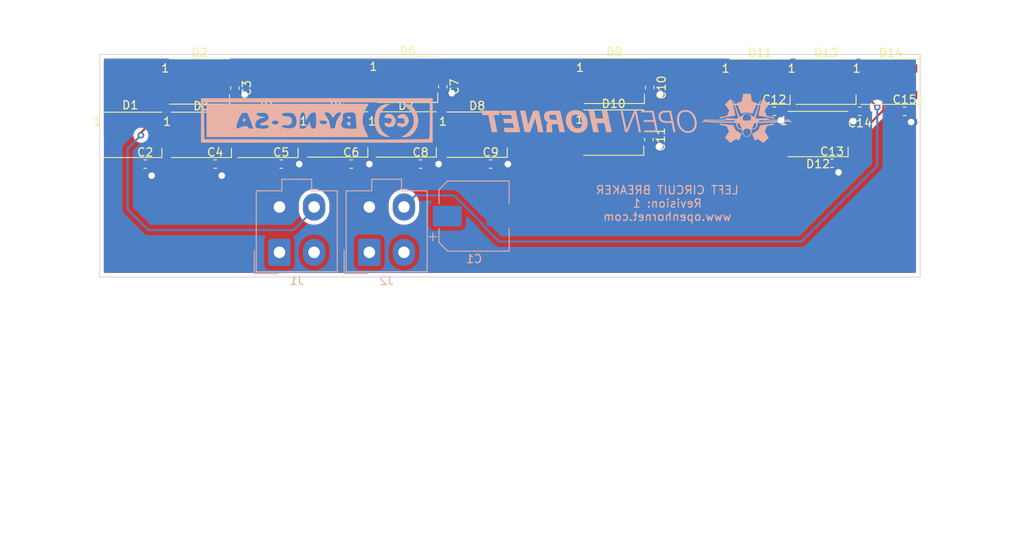
<source format=kicad_pcb>
(kicad_pcb (version 20211014) (generator pcbnew)
  (title_block (title "LEFT CIRCUIT BREAKER") (date "2023-02-10") (rev "1"))
  (layers (0 "F.Cu" signal) (31 "B.Cu" signal) (34 "B.Paste" user) (35 "F.Paste" user) (36 "B.SilkS" user "B.Silkscreen") (37 "F.SilkS" user "F.Silkscreen") (38 "B.Mask" user) (39 "F.Mask" user) (44 "Edge.Cuts" user))
  (net 0 "")
  (net 1 "/LEDGND")
  (net 2 "/LED+5V")
  (net 3 "Net-(D1-Pad2)")
  (net 4 "Net-(D2-Pad2)")
  (net 5 "Net-(D3-Pad2)")
  (net 6 "Net-(D4-Pad2)")
  (net 7 "Net-(D4-Pad4)")
  (net 8 "Net-(D6-Pad2)")
  (net 9 "Net-(D7-Pad2)")
  (net 10 "Net-(D8-Pad2)")
  (net 11 "Net-(D10-Pad4)")
  (net 12 "Net-(D10-Pad2)")
  (net 13 "Net-(D11-Pad2)")
  (net 14 "Net-(D12-Pad2)")
  (net 15 "Net-(D13-Pad2)")
  (net 16 "/DATAIN")
  (net 17 "/DATAOUT")
  (footprint "LED_SMD:LED_WS2812B_PLCC4_5.0x5.0mm_P3.2mm" (layer "F.Cu") (at 103.886 70.2564)
    (fp_text reference "D1" (at -0.1894 -3.6066) (layer "F.SilkS"))
    (fp_text value "WS2812B")
    (fp_text user "1" (at -4.15 -1.6) (layer "F.SilkS"))
    (pad "1" smd rect locked (at -2.45 -1.6) (size 1.5 1) (layers "F.Cu" "F.Paste" "F.Mask") (net 2 "/LED+5V"))
    (pad "2" smd rect locked (at -2.45 1.6) (size 1.5 1) (layers "F.Cu" "F.Paste" "F.Mask") (net 3 "Net-(D1-Pad2)"))
    (pad "3" smd rect locked (at 2.45 1.6) (size 1.5 1) (layers "F.Cu" "F.Paste" "F.Mask") (net 1 "/LEDGND"))
    (pad "4" smd rect locked (at 2.45 -1.6) (size 1.5 1) (layers "F.Cu" "F.Paste" "F.Mask") (net 16 "/DATAIN"))
  )
  (footprint "LED_SMD:LED_WS2812B_PLCC4_5.0x5.0mm_P3.2mm" (layer "F.Cu") (at 112.104 63.7792)
    (fp_text reference "D2" (at 0 -3.5) (layer "F.SilkS"))
    (fp_text value "WS2812B")
    (fp_text user "1" (at -4.15 -1.6) (layer "F.SilkS"))
    (pad "1" smd rect locked (at -2.45 -1.6) (size 1.5 1) (layers "F.Cu" "F.Paste" "F.Mask") (net 2 "/LED+5V"))
    (pad "2" smd rect locked (at -2.45 1.6) (size 1.5 1) (layers "F.Cu" "F.Paste" "F.Mask") (net 4 "Net-(D2-Pad2)"))
    (pad "3" smd rect locked (at 2.45 1.6) (size 1.5 1) (layers "F.Cu" "F.Paste" "F.Mask") (net 1 "/LEDGND"))
    (pad "4" smd rect locked (at 2.45 -1.6) (size 1.5 1) (layers "F.Cu" "F.Paste" "F.Mask") (net 3 "Net-(D1-Pad2)"))
  )
  (footprint "LED_SMD:LED_WS2812B_PLCC4_5.0x5.0mm_P3.2mm" (layer "F.Cu") (at 112.333 70.2562)
    (fp_text reference "D3" (at 0 -3.5) (layer "F.SilkS"))
    (fp_text value "WS2812B")
    (fp_text user "1" (at -4.15 -1.6) (layer "F.SilkS"))
    (pad "1" smd rect locked (at -2.45 -1.6) (size 1.5 1) (layers "F.Cu" "F.Paste" "F.Mask") (net 2 "/LED+5V"))
    (pad "2" smd rect locked (at -2.45 1.6) (size 1.5 1) (layers "F.Cu" "F.Paste" "F.Mask") (net 5 "Net-(D3-Pad2)"))
    (pad "3" smd rect locked (at 2.45 1.6) (size 1.5 1) (layers "F.Cu" "F.Paste" "F.Mask") (net 1 "/LEDGND"))
    (pad "4" smd rect locked (at 2.45 -1.6) (size 1.5 1) (layers "F.Cu" "F.Paste" "F.Mask") (net 4 "Net-(D2-Pad2)"))
  )
  (footprint "LED_SMD:LED_WS2812B_PLCC4_5.0x5.0mm_P3.2mm" (layer "F.Cu") (at 120.408 70.2562)
    (fp_text reference "D4" (at 0 -3.5) (layer "F.SilkS"))
    (fp_text value "WS2812B")
    (fp_text user "1" (at -4.15 -1.6) (layer "F.SilkS"))
    (pad "1" smd rect locked (at -2.45 -1.6) (size 1.5 1) (layers "F.Cu" "F.Paste" "F.Mask") (net 2 "/LED+5V"))
    (pad "2" smd rect locked (at -2.45 1.6) (size 1.5 1) (layers "F.Cu" "F.Paste" "F.Mask") (net 6 "Net-(D4-Pad2)"))
    (pad "3" smd rect locked (at 2.45 1.6) (size 1.5 1) (layers "F.Cu" "F.Paste" "F.Mask") (net 1 "/LEDGND"))
    (pad "4" smd rect locked (at 2.45 -1.6) (size 1.5 1) (layers "F.Cu" "F.Paste" "F.Mask") (net 7 "Net-(D4-Pad4)"))
  )
  (footprint "LED_SMD:LED_WS2812B_PLCC4_5.0x5.0mm_P3.2mm" (layer "F.Cu") (at 128.868 70.2054)
    (fp_text reference "D5" (at 0 -3.5) (layer "F.SilkS"))
    (fp_text value "WS2812B")
    (fp_text user "1" (at -4.15 -1.6) (layer "F.SilkS"))
    (pad "1" smd rect locked (at -2.45 -1.6) (size 1.5 1) (layers "F.Cu" "F.Paste" "F.Mask") (net 2 "/LED+5V"))
    (pad "2" smd rect locked (at -2.45 1.6) (size 1.5 1) (layers "F.Cu" "F.Paste" "F.Mask") (net 7 "Net-(D4-Pad4)"))
    (pad "3" smd rect locked (at 2.45 1.6) (size 1.5 1) (layers "F.Cu" "F.Paste" "F.Mask") (net 1 "/LEDGND"))
    (pad "4" smd rect locked (at 2.45 -1.6) (size 1.5 1) (layers "F.Cu" "F.Paste" "F.Mask") (net 5 "Net-(D3-Pad2)"))
  )
  (footprint "LED_SMD:LED_WS2812B_PLCC4_5.0x5.0mm_P3.2mm" (layer "F.Cu") (at 137.349 63.576)
    (fp_text reference "D6" (at 0 -3.5) (layer "F.SilkS"))
    (fp_text value "WS2812B")
    (fp_text user "1" (at -4.15 -1.6) (layer "F.SilkS"))
    (pad "1" smd rect locked (at -2.45 -1.6) (size 1.5 1) (layers "F.Cu" "F.Paste" "F.Mask") (net 2 "/LED+5V"))
    (pad "2" smd rect locked (at -2.45 1.6) (size 1.5 1) (layers "F.Cu" "F.Paste" "F.Mask") (net 8 "Net-(D6-Pad2)"))
    (pad "3" smd rect locked (at 2.45 1.6) (size 1.5 1) (layers "F.Cu" "F.Paste" "F.Mask") (net 1 "/LEDGND"))
    (pad "4" smd rect locked (at 2.45 -1.6) (size 1.5 1) (layers "F.Cu" "F.Paste" "F.Mask") (net 6 "Net-(D4-Pad2)"))
  )
  (footprint "LED_SMD:LED_WS2812B_PLCC4_5.0x5.0mm_P3.2mm" (layer "F.Cu") (at 137.174 70.2054)
    (fp_text reference "D7" (at 0 -3.5) (layer "F.SilkS"))
    (fp_text value "WS2812B")
    (fp_text user "1" (at -4.15 -1.6) (layer "F.SilkS"))
    (pad "1" smd rect locked (at -2.45 -1.6) (size 1.5 1) (layers "F.Cu" "F.Paste" "F.Mask") (net 2 "/LED+5V"))
    (pad "2" smd rect locked (at -2.45 1.6) (size 1.5 1) (layers "F.Cu" "F.Paste" "F.Mask") (net 9 "Net-(D7-Pad2)"))
    (pad "3" smd rect locked (at 2.45 1.6) (size 1.5 1) (layers "F.Cu" "F.Paste" "F.Mask") (net 1 "/LEDGND"))
    (pad "4" smd rect locked (at 2.45 -1.6) (size 1.5 1) (layers "F.Cu" "F.Paste" "F.Mask") (net 8 "Net-(D6-Pad2)"))
  )
  (footprint "LED_SMD:LED_WS2812B_PLCC4_5.0x5.0mm_P3.2mm" (layer "F.Cu") (at 145.771 70.231)
    (fp_text reference "D8" (at 0 -3.5) (layer "F.SilkS"))
    (fp_text value "WS2812B")
    (fp_text user "1" (at -4.15 -1.6) (layer "F.SilkS"))
    (pad "1" smd rect locked (at -2.45 -1.6) (size 1.5 1) (layers "F.Cu" "F.Paste" "F.Mask") (net 2 "/LED+5V"))
    (pad "2" smd rect locked (at -2.45 1.6) (size 1.5 1) (layers "F.Cu" "F.Paste" "F.Mask") (net 10 "Net-(D8-Pad2)"))
    (pad "3" smd rect locked (at 2.45 1.6) (size 1.5 1) (layers "F.Cu" "F.Paste" "F.Mask") (net 1 "/LEDGND"))
    (pad "4" smd rect locked (at 2.45 -1.6) (size 1.5 1) (layers "F.Cu" "F.Paste" "F.Mask") (net 9 "Net-(D7-Pad2)"))
  )
  (footprint "LED_SMD:LED_WS2812B_PLCC4_5.0x5.0mm_P3.2mm" (layer "F.Cu") (at 162.408 63.7032)
    (fp_text reference "D9" (at 0 -3.5) (layer "F.SilkS"))
    (fp_text value "WS2812B")
    (fp_text user "1" (at -4.15 -1.6) (layer "F.SilkS"))
    (pad "1" smd rect locked (at -2.45 -1.6) (size 1.5 1) (layers "F.Cu" "F.Paste" "F.Mask") (net 2 "/LED+5V"))
    (pad "2" smd rect locked (at -2.45 1.6) (size 1.5 1) (layers "F.Cu" "F.Paste" "F.Mask") (net 11 "Net-(D10-Pad4)"))
    (pad "3" smd rect locked (at 2.45 1.6) (size 1.5 1) (layers "F.Cu" "F.Paste" "F.Mask") (net 1 "/LEDGND"))
    (pad "4" smd rect locked (at 2.45 -1.6) (size 1.5 1) (layers "F.Cu" "F.Paste" "F.Mask") (net 10 "Net-(D8-Pad2)"))
  )
  (footprint "LED_SMD:LED_WS2812B_PLCC4_5.0x5.0mm_P3.2mm" (layer "F.Cu") (at 162.331 69.977)
    (fp_text reference "D10" (at 0 -3.5) (layer "F.SilkS"))
    (fp_text value "WS2812B")
    (fp_text user "1" (at -4.15 -1.6) (layer "F.SilkS"))
    (pad "1" smd rect locked (at -2.45 -1.6) (size 1.5 1) (layers "F.Cu" "F.Paste" "F.Mask") (net 2 "/LED+5V"))
    (pad "2" smd rect locked (at -2.45 1.6) (size 1.5 1) (layers "F.Cu" "F.Paste" "F.Mask") (net 12 "Net-(D10-Pad2)"))
    (pad "3" smd rect locked (at 2.45 1.6) (size 1.5 1) (layers "F.Cu" "F.Paste" "F.Mask") (net 1 "/LEDGND"))
    (pad "4" smd rect locked (at 2.45 -1.6) (size 1.5 1) (layers "F.Cu" "F.Paste" "F.Mask") (net 11 "Net-(D10-Pad4)"))
  )
  (footprint "LED_SMD:LED_WS2812B_PLCC4_5.0x5.0mm_P3.2mm" (layer "F.Cu") (at 180.074 63.8046)
    (fp_text reference "D11" (at 0 -3.5) (layer "F.SilkS"))
    (fp_text value "WS2812B")
    (fp_text user "1" (at -4.15 -1.6) (layer "F.SilkS"))
    (pad "1" smd rect locked (at -2.45 -1.6) (size 1.5 1) (layers "F.Cu" "F.Paste" "F.Mask") (net 2 "/LED+5V"))
    (pad "2" smd rect locked (at -2.45 1.6) (size 1.5 1) (layers "F.Cu" "F.Paste" "F.Mask") (net 13 "Net-(D11-Pad2)"))
    (pad "3" smd rect locked (at 2.45 1.6) (size 1.5 1) (layers "F.Cu" "F.Paste" "F.Mask") (net 1 "/LEDGND"))
    (pad "4" smd rect locked (at 2.45 -1.6) (size 1.5 1) (layers "F.Cu" "F.Paste" "F.Mask") (net 12 "Net-(D10-Pad2)"))
  )
  (footprint "LED_SMD:LED_WS2812B_PLCC4_5.0x5.0mm_P3.2mm" (layer "F.Cu") (at 187.11 70.1546)
    (fp_text reference "D12" (at 0 3.6324) (layer "F.SilkS"))
    (fp_text value "WS2812B")
    (fp_text user "1" (at -4.15 -1.6) (layer "F.SilkS"))
    (pad "1" smd rect locked (at -2.45 -1.6) (size 1.5 1) (layers "F.Cu" "F.Paste" "F.Mask") (net 2 "/LED+5V"))
    (pad "2" smd rect locked (at -2.45 1.6) (size 1.5 1) (layers "F.Cu" "F.Paste" "F.Mask") (net 14 "Net-(D12-Pad2)"))
    (pad "3" smd rect locked (at 2.45 1.6) (size 1.5 1) (layers "F.Cu" "F.Paste" "F.Mask") (net 1 "/LEDGND"))
    (pad "4" smd rect locked (at 2.45 -1.6) (size 1.5 1) (layers "F.Cu" "F.Paste" "F.Mask") (net 13 "Net-(D11-Pad2)"))
  )
  (footprint "LED_SMD:LED_WS2812B_PLCC4_5.0x5.0mm_P3.2mm" (layer "F.Cu") (at 188.075 63.8046)
    (fp_text reference "D13" (at 0 -3.5) (layer "F.SilkS"))
    (fp_text value "WS2812B")
    (fp_text user "1" (at -4.15 -1.6) (layer "F.SilkS"))
    (pad "1" smd rect locked (at -2.45 -1.6) (size 1.5 1) (layers "F.Cu" "F.Paste" "F.Mask") (net 2 "/LED+5V"))
    (pad "2" smd rect locked (at -2.45 1.6) (size 1.5 1) (layers "F.Cu" "F.Paste" "F.Mask") (net 15 "Net-(D13-Pad2)"))
    (pad "3" smd rect locked (at 2.45 1.6) (size 1.5 1) (layers "F.Cu" "F.Paste" "F.Mask") (net 1 "/LEDGND"))
    (pad "4" smd rect locked (at 2.45 -1.6) (size 1.5 1) (layers "F.Cu" "F.Paste" "F.Mask") (net 14 "Net-(D12-Pad2)"))
  )
  (footprint "LED_SMD:LED_WS2812B_PLCC4_5.0x5.0mm_P3.2mm" (layer "F.Cu") (at 195.949 63.8046)
    (fp_text reference "D14" (at 0 -3.5) (layer "F.SilkS"))
    (fp_text value "WS2812B")
    (fp_text user "1" (at -4.15 -1.6) (layer "F.SilkS"))
    (pad "1" smd rect locked (at -2.45 -1.6) (size 1.5 1) (layers "F.Cu" "F.Paste" "F.Mask") (net 2 "/LED+5V"))
    (pad "2" smd rect locked (at -2.45 1.6) (size 1.5 1) (layers "F.Cu" "F.Paste" "F.Mask") (net 17 "/DATAOUT"))
    (pad "3" smd rect locked (at 2.45 1.6) (size 1.5 1) (layers "F.Cu" "F.Paste" "F.Mask") (net 1 "/LEDGND"))
    (pad "4" smd rect locked (at 2.45 -1.6) (size 1.5 1) (layers "F.Cu" "F.Paste" "F.Mask") (net 15 "Net-(D13-Pad2)"))
  )
  (footprint "Capacitor_SMD:C_0603_1608Metric" (layer "F.Cu") (at 105.512 73.8)
    (fp_text reference "C2" (at 0 -1.43) (layer "F.SilkS"))
    (fp_text value "C")
    (pad "1" smd roundrect locked (at -0.7875 0) (size 0.875 0.95) (layers "F.Cu" "F.Paste" "F.Mask") (net 2 "/LED+5V"))
    (pad "2" smd roundrect locked (at 0.7875 0) (size 0.875 0.95) (layers "F.Cu" "F.Paste" "F.Mask") (net 1 "/LEDGND"))
  )
  (footprint "Capacitor_SMD:C_0603_1608Metric" (layer "F.Cu") (at 116.4 64.5875 -90)
    (fp_text reference "C3" (at 0 -1.43 90) (layer "F.SilkS"))
    (fp_text value "C")
    (pad "1" smd roundrect locked (at -0.7875 0 270) (size 0.875 0.95) (layers "F.Cu" "F.Paste" "F.Mask") (net 2 "/LED+5V"))
    (pad "2" smd roundrect locked (at 0.7875 0 270) (size 0.875 0.95) (layers "F.Cu" "F.Paste" "F.Mask") (net 1 "/LEDGND"))
  )
  (footprint "Capacitor_SMD:C_0603_1608Metric" (layer "F.Cu") (at 114.012 73.8)
    (fp_text reference "C4" (at 0 -1.43) (layer "F.SilkS"))
    (fp_text value "C")
    (pad "1" smd roundrect locked (at -0.7875 0) (size 0.875 0.95) (layers "F.Cu" "F.Paste" "F.Mask") (net 2 "/LED+5V"))
    (pad "2" smd roundrect locked (at 0.7875 0) (size 0.875 0.95) (layers "F.Cu" "F.Paste" "F.Mask") (net 1 "/LEDGND"))
  )
  (footprint "Capacitor_SMD:C_0603_1608Metric" (layer "F.Cu") (at 122.012 73.8)
    (fp_text reference "C5" (at 0 -1.43) (layer "F.SilkS"))
    (fp_text value "C")
    (pad "1" smd roundrect locked (at -0.7875 0) (size 0.875 0.95) (layers "F.Cu" "F.Paste" "F.Mask") (net 2 "/LED+5V"))
    (pad "2" smd roundrect locked (at 0.7875 0) (size 0.875 0.95) (layers "F.Cu" "F.Paste" "F.Mask") (net 1 "/LEDGND"))
  )
  (footprint "Capacitor_SMD:C_0603_1608Metric" (layer "F.Cu") (at 130.512 73.8)
    (fp_text reference "C6" (at 0 -1.43) (layer "F.SilkS"))
    (fp_text value "C")
    (pad "1" smd roundrect locked (at -0.7875 0) (size 0.875 0.95) (layers "F.Cu" "F.Paste" "F.Mask") (net 2 "/LED+5V"))
    (pad "2" smd roundrect locked (at 0.7875 0) (size 0.875 0.95) (layers "F.Cu" "F.Paste" "F.Mask") (net 1 "/LEDGND"))
  )
  (footprint "Capacitor_SMD:C_0603_1608Metric" (layer "F.Cu") (at 141.6 64.4125 -90)
    (fp_text reference "C7" (at 0 -1.43 90) (layer "F.SilkS"))
    (fp_text value "C")
    (pad "1" smd roundrect locked (at -0.7875 0 270) (size 0.875 0.95) (layers "F.Cu" "F.Paste" "F.Mask") (net 2 "/LED+5V"))
    (pad "2" smd roundrect locked (at 0.7875 0 270) (size 0.875 0.95) (layers "F.Cu" "F.Paste" "F.Mask") (net 1 "/LEDGND"))
  )
  (footprint "Capacitor_SMD:C_0603_1608Metric" (layer "F.Cu") (at 138.912 73.8)
    (fp_text reference "C8" (at 0 -1.43) (layer "F.SilkS"))
    (fp_text value "C")
    (pad "1" smd roundrect locked (at -0.7875 0) (size 0.875 0.95) (layers "F.Cu" "F.Paste" "F.Mask") (net 2 "/LED+5V"))
    (pad "2" smd roundrect locked (at 0.7875 0) (size 0.875 0.95) (layers "F.Cu" "F.Paste" "F.Mask") (net 1 "/LEDGND"))
  )
  (footprint "Capacitor_SMD:C_0603_1608Metric" (layer "F.Cu") (at 147.412 73.8)
    (fp_text reference "C9" (at 0 -1.43) (layer "F.SilkS"))
    (fp_text value "C")
    (pad "1" smd roundrect locked (at -0.7875 0) (size 0.875 0.95) (layers "F.Cu" "F.Paste" "F.Mask") (net 2 "/LED+5V"))
    (pad "2" smd roundrect locked (at 0.7875 0) (size 0.875 0.95) (layers "F.Cu" "F.Paste" "F.Mask") (net 1 "/LEDGND"))
  )
  (footprint "Capacitor_SMD:C_0603_1608Metric" (layer "F.Cu") (at 166.6 70.8125 -90)
    (fp_text reference "C11" (at 0 -1.43 90) (layer "F.SilkS"))
    (fp_text value "C")
    (pad "1" smd roundrect locked (at -0.7875 0 270) (size 0.875 0.95) (layers "F.Cu" "F.Paste" "F.Mask") (net 2 "/LED+5V"))
    (pad "2" smd roundrect locked (at 0.7875 0 270) (size 0.875 0.95) (layers "F.Cu" "F.Paste" "F.Mask") (net 1 "/LEDGND"))
  )
  (footprint "Capacitor_SMD:C_0603_1608Metric" (layer "F.Cu") (at 181.812 67.4)
    (fp_text reference "C12" (at 0 -1.43) (layer "F.SilkS"))
    (fp_text value "C")
    (pad "1" smd roundrect locked (at -0.7875 0) (size 0.875 0.95) (layers "F.Cu" "F.Paste" "F.Mask") (net 2 "/LED+5V"))
    (pad "2" smd roundrect locked (at 0.7875 0) (size 0.875 0.95) (layers "F.Cu" "F.Paste" "F.Mask") (net 1 "/LEDGND"))
  )
  (footprint "Capacitor_SMD:C_0603_1608Metric" (layer "F.Cu") (at 188.812 73.7)
    (fp_text reference "C13" (at 0 -1.43) (layer "F.SilkS"))
    (fp_text value "C")
    (pad "1" smd roundrect locked (at -0.7875 0) (size 0.875 0.95) (layers "F.Cu" "F.Paste" "F.Mask") (net 2 "/LED+5V"))
    (pad "2" smd roundrect locked (at 0.7875 0) (size 0.875 0.95) (layers "F.Cu" "F.Paste" "F.Mask") (net 1 "/LEDGND"))
  )
  (footprint "Capacitor_SMD:C_0603_1608Metric" (layer "F.Cu") (at 192.188 67.4 180)
    (fp_text reference "C14" (at 0 -1.43) (layer "F.SilkS"))
    (fp_text value "C")
    (pad "1" smd roundrect locked (at -0.7875 0 180) (size 0.875 0.95) (layers "F.Cu" "F.Paste" "F.Mask") (net 2 "/LED+5V"))
    (pad "2" smd roundrect locked (at 0.7875 0 180) (size 0.875 0.95) (layers "F.Cu" "F.Paste" "F.Mask") (net 1 "/LEDGND"))
  )
  (footprint "Capacitor_SMD:C_0603_1608Metric" (layer "F.Cu") (at 166.7 64.5125 -90)
    (fp_text reference "C10" (at 0 -1.43 90) (layer "F.SilkS"))
    (fp_text value "C")
    (pad "1" smd roundrect locked (at -0.7875 0 270) (size 0.875 0.95) (layers "F.Cu" "F.Paste" "F.Mask") (net 2 "/LED+5V"))
    (pad "2" smd roundrect locked (at 0.7875 0 270) (size 0.875 0.95) (layers "F.Cu" "F.Paste" "F.Mask") (net 1 "/LEDGND"))
  )
  (footprint "Capacitor_SMD:C_0603_1608Metric" (layer "F.Cu") (at 197.612 67.4)
    (fp_text reference "C15" (at 0 -1.43) (layer "F.SilkS"))
    (fp_text value "C")
    (pad "1" smd roundrect locked (at -0.7875 0) (size 0.875 0.95) (layers "F.Cu" "F.Paste" "F.Mask") (net 2 "/LED+5V"))
    (pad "2" smd roundrect locked (at 0.7875 0) (size 0.875 0.95) (layers "F.Cu" "F.Paste" "F.Mask") (net 1 "/LEDGND"))
  )
  (footprint "Capacitor_SMD:CP_Elec_8x10" (layer "B.Cu") (at 145.4 80.1)
    (fp_text reference "C1" (at 0 5.2) (layer "B.SilkS") (effects (justify mirror)))
    (fp_text value "C_Polarized")
    (pad "1" smd roundrect locked (at -3.25 0) (size 3.5 2.5) (layers "B.Cu" "B.Paste" "B.Mask") (roundrect_rratio 0.1) (net 2 "/LED+5V"))
    (pad "2" smd roundrect locked (at 3.25 0) (size 3.5 2.5) (layers "B.Cu" "B.Paste" "B.Mask") (roundrect_rratio 0.1) (net 1 "/LEDGND"))
  )
  (footprint "Connector_Molex:Molex_Mini-Fit_Jr_5566-04A_2x02_P4.20mm_Vertical" (layer "B.Cu") (at 121.8 84.5)
    (fp_text reference "J1" (at 2.1 3.45) (layer "B.SilkS") (effects (justify mirror)))
    (fp_text value "Conn_01x04_Female")
    (pad "1" thru_hole roundrect locked (at 0 0) (size 2.7 3.3) (drill 1.4) (layers *.Cu *.Mask) (roundrect_rratio 0.09259296296) (net 2 "/LED+5V"))
    (pad "2" thru_hole oval locked (at 4.2 0) (size 2.7 3.3) (drill 1.4) (layers *.Cu *.Mask) (net 2 "/LED+5V"))
    (pad "3" thru_hole oval locked (at 0 -5.5) (size 2.7 3.3) (drill 1.4) (layers *.Cu *.Mask) (net 1 "/LEDGND"))
    (pad "4" thru_hole oval locked (at 4.2 -5.5) (size 2.7 3.3) (drill 1.4) (layers *.Cu *.Mask) (net 16 "/DATAIN"))
  )
  (footprint "Connector_Molex:Molex_Mini-Fit_Jr_5566-04A_2x02_P4.20mm_Vertical" (layer "B.Cu") (at 132.7 84.5)
    (fp_text reference "J2" (at 2.1 3.45) (layer "B.SilkS") (effects (justify mirror)))
    (fp_text value "Conn_01x04_Female")
    (pad "1" thru_hole roundrect locked (at 0 0) (size 2.7 3.3) (drill 1.4) (layers *.Cu *.Mask) (roundrect_rratio 0.09259296296) (net 2 "/LED+5V"))
    (pad "2" thru_hole oval locked (at 4.2 0) (size 2.7 3.3) (drill 1.4) (layers *.Cu *.Mask) (net 2 "/LED+5V"))
    (pad "3" thru_hole oval locked (at 0 -5.5) (size 2.7 3.3) (drill 1.4) (layers *.Cu *.Mask) (net 1 "/LEDGND"))
    (pad "4" thru_hole oval locked (at 4.2 -5.5) (size 2.7 3.3) (drill 1.4) (layers *.Cu *.Mask) (net 17 "/DATAOUT"))
  )
  (footprint "OH_Footprints:OH_LOGO_37.7mm_5.9mm" (layer "B.Cu") (at 165.1508 68.2498 180)
    (fp_text reference "" hide)
    (fp_text value "LOGO" hide)
  )
  (footprint "OH_Footprints:CC-BY-NC-SA-Small" (layer "B.Cu") (at 126.4158 68.5038 180)
    (fp_text reference "" hide)
    (fp_text value "LOGO" hide)
  )
  (gr_line (start 100 60.5) (end 199.5 60.5) (layer "Edge.Cuts") (width 0.1))
  (gr_line (start 199.5 60.5) (end 199.5 87.5) (layer "Edge.Cuts") (width 0.1))
  (gr_line (start 199.5 87.5) (end 100 87.5) (layer "Edge.Cuts") (width 0.1))
  (gr_line (start 100 87.5) (end 100 60.5) (layer "Edge.Cuts") (width 0.1))
  (gr_text "LEFT CIRCUIT BREAKER\nRevision: 1\nwww.openhornet.com" (at 168.8338 78.5622) (layer "B.SilkS") (effects (font (size 1 1)) (justify mirror)))
  (segment (start 148.221 71.831) (end 148.221 73.779) (width 1) (layer "F.Cu") (net 1))
  (segment (start 166.6 71.6) (end 167.9 71.6) (width 1) (layer "F.Cu") (net 1))
  (segment (start 122.8 73.8) (end 124.2 73.8) (width 1) (layer "F.Cu") (net 1))
  (segment (start 116.396 65.3792) (end 116.4 65.375) (width 1) (layer "F.Cu") (net 1))
  (segment (start 164.781 71.577) (end 166.577 71.577) (width 1) (layer "F.Cu") (net 1))
  (segment (start 139.624 71.8054) (end 139.624 73.724) (width 1) (layer "F.Cu") (net 1))
  (segment (start 189.56 71.7546) (end 189.56 73.66) (width 1) (layer "F.Cu") (net 1))
  (segment (start 198.3995 67.3995) (end 198.4 67.4) (width 1) (layer "F.Cu") (net 1))
  (segment (start 148.21 73.7895) (end 148.1995 73.8) (width 0.75) (layer "F.Cu") (net 1))
  (segment (start 114.554 65.3792) (end 116.396 65.3792) (width 1) (layer "F.Cu") (net 1))
  (segment (start 114.7995 73.7995) (end 114.7995 73.8) (width 0.75) (layer "F.Cu") (net 1))
  (segment (start 131.318 73.782) (end 131.309 73.791) (width 1) (layer "F.Cu") (net 1))
  (segment (start 148.221 73.779) (end 148.2105 73.7895) (width 1) (layer "F.Cu") (net 1))
  (segment (start 141.576 65.176) (end 141.6 65.2) (width 1) (layer "F.Cu") (net 1))
  (segment (start 139.6995 73.7995) (end 139.6995 73.8) (width 0.75) (layer "F.Cu") (net 1))
  (segment (start 191.4 68.6) (end 191.4 68.5) (width 0.75) (layer "F.Cu") (net 1))
  (segment (start 189.56 73.66) (end 189.5995 73.6995) (width 1) (layer "F.Cu") (net 1))
  (segment (start 191.4005 67.4) (end 191.4 67.4) (width 0.75) (layer "F.Cu") (net 1))
  (segment (start 131.318 71.8054) (end 131.318 73.782) (width 1) (layer "F.Cu") (net 1))
  (segment (start 122.858 71.8562) (end 122.858 73.742) (width 1) (layer "F.Cu") (net 1))
  (segment (start 189.5995 73.6995) (end 189.5995 73.7) (width 0.75) (layer "F.Cu") (net 1))
  (segment (start 189.6 73.7) (end 189.6 74.8) (width 1) (layer "F.Cu") (net 1))
  (segment (start 198.3995 67.3995) (end 198.3995 67.4) (width 0.75) (layer "F.Cu") (net 1))
  (segment (start 139.624 73.724) (end 139.6995 73.7995) (width 1) (layer "F.Cu") (net 1))
  (segment (start 106.3175 73.782) (end 106.2995 73.8) (width 0.75) (layer "F.Cu") (net 1))
  (segment (start 106.336 73.764) (end 106.318 73.782) (width 1) (layer "F.Cu") (net 1))
  (segment (start 148.2105 73.7895) (end 148.2 73.8) (width 1) (layer "F.Cu") (net 1))
  (segment (start 190.525 66.525) (end 191.4 67.4) (width 1) (layer "F.Cu") (net 1))
  (segment (start 164.861 65.3) (end 164.858 65.3032) (width 1) (layer "F.Cu") (net 1))
  (segment (start 191.4 67.4) (end 191.4 68.5) (width 1) (layer "F.Cu") (net 1))
  (segment (start 198.399 67.399) (end 198.3995 67.3995) (width 1) (layer "F.Cu") (net 1))
  (segment (start 122.8285 73.771) (end 122.7995 73.8) (width 0.75) (layer "F.Cu") (net 1))
  (segment (start 166.7 65.3) (end 164.861 65.3) (width 1) (layer "F.Cu") (net 1))
  (segment (start 198.399 65.4046) (end 198.399 67.399) (width 1) (layer "F.Cu") (net 1))
  (segment (start 131.3085 73.791) (end 131.2995 73.8) (width 0.75) (layer "F.Cu") (net 1))
  (segment (start 106.336 71.8564) (end 106.336 73.764) (width 1) (layer "F.Cu") (net 1))
  (segment (start 122.829 73.771) (end 122.8285 73.771) (width 0.75) (layer "F.Cu") (net 1))
  (segment (start 182.524 67.324) (end 182.5995 67.3995) (width 1) (layer "F.Cu") (net 1))
  (segment (start 198.4 67.4) (end 198.4 68.7) (width 1) (layer "F.Cu") (net 1))
  (segment (start 131.3 73.8) (end 132.7 73.8) (width 1) (layer "F.Cu") (net 1))
  (segment (start 122.829 73.771) (end 122.8 73.8) (width 1) (layer "F.Cu") (net 1))
  (segment (start 114.783 73.783) (end 114.7995 73.7995) (width 1) (layer "F.Cu") (net 1))
  (segment (start 166.577 71.577) (end 166.6 71.6) (width 1) (layer "F.Cu") (net 1))
  (segment (start 139.7 73.8) (end 141.1 73.8) (width 1) (layer "F.Cu") (net 1))
  (segment (start 189.5995 73.6995) (end 189.6 73.7) (width 1) (layer "F.Cu") (net 1))
  (segment (start 114.783 71.8562) (end 114.783 73.783) (width 1) (layer "F.Cu") (net 1))
  (segment (start 182.524 65.4046) (end 182.524 67.324) (width 1) (layer "F.Cu") (net 1))
  (segment (start 131.309 73.791) (end 131.3085 73.791) (width 0.75) (layer "F.Cu") (net 1))
  (segment (start 141.6 65.2) (end 142.7 65.2) (width 1) (layer "F.Cu") (net 1))
  (segment (start 166.7 65.3) (end 168 65.3) (width 1) (layer "F.Cu") (net 1))
  (segment (start 131.309 73.791) (end 131.3 73.8) (width 1) (layer "F.Cu") (net 1))
  (segment (start 139.799 65.176) (end 141.576 65.176) (width 1) (layer "F.Cu") (net 1))
  (segment (start 182.6 67.4) (end 182.6 68.5) (width 1) (layer "F.Cu") (net 1))
  (segment (start 182.5995 67.3995) (end 182.5995 67.4) (width 0.75) (layer "F.Cu") (net 1))
  (segment (start 122.858 73.742) (end 122.829 73.771) (width 1) (layer "F.Cu") (net 1))
  (segment (start 148.2105 73.7895) (end 148.21 73.7895) (width 0.75) (layer "F.Cu") (net 1))
  (segment (start 106.318 73.782) (end 106.3 73.8) (width 1) (layer "F.Cu") (net 1))
  (segment (start 190.525 65.4046) (end 190.525 66.525) (width 1) (layer "F.Cu") (net 1))
  (segment (start 148.2 73.8) (end 149.5 73.8) (width 1) (layer "F.Cu") (net 1))
  (segment (start 114.7995 73.7995) (end 114.8 73.8) (width 1) (layer "F.Cu") (net 1))
  (segment (start 116.4 65.375) (end 117.575 65.375) (width 1) (layer "F.Cu") (net 1))
  (segment (start 114.8 73.8) (end 114.8 75.2) (width 1) (layer "F.Cu") (net 1))
  (segment (start 182.5995 67.3995) (end 182.6 67.4) (width 1) (layer "F.Cu") (net 1))
  (segment (start 106.318 73.782) (end 106.3175 73.782) (width 0.75) (layer "F.Cu") (net 1))
  (segment (start 139.6995 73.7995) (end 139.7 73.8) (width 1) (layer "F.Cu") (net 1))
  (segment (start 106.3 73.8) (end 106.3 75.2) (width 1) (layer "F.Cu") (net 1))
  (via (at 168 65.3) (size 1.5) (drill 0.8) (layers "F.Cu" "B.Cu") (net 1))
  (via (at 124.2 73.8) (size 1.5) (drill 0.8) (layers "F.Cu" "B.Cu") (net 1))
  (via (at 198.4 68.7) (size 1.5) (drill 0.8) (layers "F.Cu" "B.Cu") (net 1))
  (via (at 182.6 68.5) (size 1.5) (drill 0.8) (layers "F.Cu" "B.Cu") (net 1))
  (via (at 191.4 68.6) (size 1.5) (drill 0.8) (layers "F.Cu" "B.Cu") (net 1))
  (via (at 142.7 65.2) (size 1.5) (drill 0.8) (layers "F.Cu" "B.Cu") (net 1))
  (via (at 167.9 71.6) (size 1.5) (drill 0.8) (layers "F.Cu" "B.Cu") (net 1))
  (via (at 141.1 73.8) (size 1.5) (drill 0.8) (layers "F.Cu" "B.Cu") (net 1))
  (via (at 117.575 65.375) (size 1.5) (drill 0.8) (layers "F.Cu" "B.Cu") (net 1))
  (via (at 114.8 75.2) (size 1.5) (drill 0.8) (layers "F.Cu" "B.Cu") (net 1))
  (via (at 149.5 73.8) (size 1.5) (drill 0.8) (layers "F.Cu" "B.Cu") (net 1))
  (via (at 189.6 74.8) (size 1.5) (drill 0.8) (layers "F.Cu" "B.Cu") (net 1))
  (via (at 106.3 75.2) (size 1.5) (drill 0.8) (layers "F.Cu" "B.Cu") (net 1))
  (via (at 132.7 73.8) (size 1.5) (drill 0.8) (layers "F.Cu" "B.Cu") (net 1))
  (segment (start 106.0955 63.0045) (end 102.9 66.2) (width 0.25) (layer "F.Cu") (net 3))
  (segment (start 102.9 70.3924) (end 101.436 71.8564) (width 0.25) (layer "F.Cu") (net 3))
  (segment (start 102.9 66.2) (end 102.9 70.3924) (width 0.25) (layer "F.Cu") (net 3))
  (segment (start 114.554 62.1792) (end 113.4787 62.1792) (width 0.25) (layer "F.Cu") (net 3))
  (segment (start 112.6534 63.0045) (end 106.0955 63.0045) (width 0.25) (layer "F.Cu") (net 3))
  (segment (start 113.4787 62.1792) (end 112.6534 63.0045) (width 0.25) (layer "F.Cu") (net 3))
  (segment (start 109.654 65.3792) (end 111.506 65.3792) (width 0.25) (layer "F.Cu") (net 4))
  (segment (start 111.506 65.3792) (end 114.783 68.6562) (width 0.25) (layer "F.Cu") (net 4))
  (segment (start 111.7836 71.0309) (end 117.8444 71.0309) (width 0.25) (layer "F.Cu") (net 5))
  (segment (start 129.4174 67.7801) (end 130.2427 68.6054) (width 0.25) (layer "F.Cu") (net 5))
  (segment (start 121.0952 67.7801) (end 129.4174 67.7801) (width 0.25) (layer "F.Cu") (net 5))
  (segment (start 110.9583 71.8562) (end 111.7836 71.0309) (width 0.25) (layer "F.Cu") (net 5))
  (segment (start 109.883 71.8562) (end 110.9583 71.8562) (width 0.25) (layer "F.Cu") (net 5))
  (segment (start 131.318 68.6054) (end 130.2427 68.6054) (width 0.25) (layer "F.Cu") (net 5))
  (segment (start 117.8444 71.0309) (end 121.0952 67.7801) (width 0.25) (layer "F.Cu") (net 5))
  (segment (start 117.958 71.8562) (end 118.783001 71.031199) (width 0.25) (layer "F.Cu") (net 6))
  (segment (start 130.307999 70.980399) (end 134.184003 70.980399) (width 0.25) (layer "F.Cu") (net 6))
  (segment (start 118.783001 71.031199) (end 123.808797 71.031199) (width 0.25) (layer "F.Cu") (net 6))
  (segment (start 128.657997 72.630401) (end 130.307999 70.980399) (width 0.25) (layer "F.Cu") (net 6))
  (segment (start 140.032201 70.032201) (end 140.699001 69.365401) (width 0.25) (layer "F.Cu") (net 6))
  (segment (start 125.407999 72.630401) (end 128.657997 72.630401) (width 0.25) (layer "F.Cu") (net 6))
  (segment (start 138.723999 65.936001) (end 138.723999 63.051001) (width 0.25) (layer "F.Cu") (net 6))
  (segment (start 138.723999 63.051001) (end 139.799 61.976) (width 0.25) (layer "F.Cu") (net 6))
  (segment (start 123.808797 71.031199) (end 125.407999 72.630401) (width 0.25) (layer "F.Cu") (net 6))
  (segment (start 140.699001 69.365401) (end 140.699001 67.911003) (width 0.25) (layer "F.Cu") (net 6))
  (segment (start 140.699001 67.911003) (end 138.723999 65.936001) (width 0.25) (layer "F.Cu") (net 6))
  (segment (start 135.132201 70.032201) (end 140.032201 70.032201) (width 0.25) (layer "F.Cu") (net 6))
  (segment (start 134.184003 70.980399) (end 135.132201 70.032201) (width 0.25) (layer "F.Cu") (net 6))
  (segment (start 123.2688 68.6562) (end 126.418 71.8054) (width 0.25) (layer "F.Cu") (net 7))
  (segment (start 122.858 68.6562) (end 123.2688 68.6562) (width 0.25) (layer "F.Cu") (net 7))
  (segment (start 139.624 68.6054) (end 138.3284 68.6054) (width 0.25) (layer "F.Cu") (net 8))
  (segment (start 138.3284 68.6054) (end 134.899 65.176) (width 0.25) (layer "F.Cu") (net 8))
  (segment (start 135.973709 70.555691) (end 146.296309 70.555691) (width 0.25) (layer "F.Cu") (net 9))
  (segment (start 134.724 71.8054) (end 135.973709 70.555691) (width 0.25) (layer "F.Cu") (net 9))
  (segment (start 146.296309 70.555691) (end 148.221 68.631) (width 0.25) (layer "F.Cu") (net 9))
  (segment (start 158.2531 62.9285) (end 150.1759 71.0057) (width 0.25) (layer "F.Cu") (net 10))
  (segment (start 164.0327 62.9285) (end 158.2531 62.9285) (width 0.25) (layer "F.Cu") (net 10))
  (segment (start 164.858 62.1032) (end 164.0327 62.9285) (width 0.25) (layer "F.Cu") (net 10))
  (segment (start 150.1759 71.0057) (end 145.2216 71.0057) (width 0.25) (layer "F.Cu") (net 10))
  (segment (start 144.3963 71.831) (end 143.321 71.831) (width 0.25) (layer "F.Cu") (net 10))
  (segment (start 145.2216 71.0057) (end 144.3963 71.831) (width 0.25) (layer "F.Cu") (net 10))
  (segment (start 161.7072 65.3032) (end 164.781 68.377) (width 0.25) (layer "F.Cu") (net 11))
  (segment (start 159.958 65.3032) (end 161.7072 65.3032) (width 0.25) (layer "F.Cu") (net 11))
  (segment (start 182.524 62.2046) (end 181.4487 62.2046) (width 0.25) (layer "F.Cu") (net 12))
  (segment (start 169.9624 69.2613) (end 176.1938 63.0299) (width 0.25) (layer "F.Cu") (net 12))
  (segment (start 176.1938 63.0299) (end 180.6234 63.0299) (width 0.25) (layer "F.Cu") (net 12))
  (segment (start 180.6234 63.0299) (end 181.4487 62.2046) (width 0.25) (layer "F.Cu") (net 12))
  (segment (start 163.272 69.2613) (end 169.9624 69.2613) (width 0.25) (layer "F.Cu") (net 12))
  (segment (start 159.881 71.577) (end 160.9563 71.577) (width 0.25) (layer "F.Cu") (net 12))
  (segment (start 160.9563 71.577) (end 163.272 69.2613) (width 0.25) (layer "F.Cu") (net 12))
  (segment (start 184.549999 65.549999) (end 184.549999 66.164601) (width 0.25) (layer "F.Cu") (net 13))
  (segment (start 186.939998 68.5546) (end 189.56 68.5546) (width 0.25) (layer "F.Cu") (net 13))
  (segment (start 183.579599 64.579599) (end 184.549999 65.549999) (width 0.25) (layer "F.Cu") (net 13))
  (segment (start 184.549999 66.164601) (end 186.939998 68.5546) (width 0.25) (layer "F.Cu") (net 13))
  (segment (start 178.449001 64.579599) (end 183.579599 64.579599) (width 0.25) (layer "F.Cu") (net 13))
  (segment (start 177.624 65.4046) (end 178.449001 64.579599) (width 0.25) (layer "F.Cu") (net 13))
  (segment (start 186.5606 70.9293) (end 185.7353 71.7546) (width 0.25) (layer "F.Cu") (net 14))
  (segment (start 193.929402 64) (end 195.0377 65.108298) (width 0.25) (layer "F.Cu") (net 14))
  (segment (start 190.525 62.2046) (end 192.3204 64) (width 0.25) (layer "F.Cu") (net 14))
  (segment (start 185.7353 71.7546) (end 184.66 71.7546) (width 0.25) (layer "F.Cu") (net 14))
  (segment (start 195.0377 67.2658) (end 191.3742 70.9293) (width 0.25) (layer "F.Cu") (net 14))
  (segment (start 191.3742 70.9293) (end 186.5606 70.9293) (width 0.25) (layer "F.Cu") (net 14))
  (segment (start 195.0377 65.108298) (end 195.0377 67.2658) (width 0.25) (layer "F.Cu") (net 14))
  (segment (start 192.3204 64) (end 193.929402 64) (width 0.25) (layer "F.Cu") (net 14))
  (segment (start 188.9003 61.3793) (end 196.4984 61.3793) (width 0.25) (layer "F.Cu") (net 15))
  (segment (start 185.625 64.6546) (end 188.9003 61.3793) (width 0.25) (layer "F.Cu") (net 15))
  (segment (start 197.3237 62.2046) (end 198.399 62.2046) (width 0.25) (layer "F.Cu") (net 15))
  (segment (start 196.4984 61.3793) (end 197.3237 62.2046) (width 0.25) (layer "F.Cu") (net 15))
  (segment (start 185.625 65.4046) (end 185.625 64.6546) (width 0.25) (layer "F.Cu") (net 15))
  (segment (start 105 70.3) (end 105 69.9924) (width 0.25) (layer "F.Cu") (net 16))
  (segment (start 105 69.9924) (end 106.336 68.6564) (width 0.25) (layer "F.Cu") (net 16))
  (via (at 105 70.3) (size 0.8) (drill 0.4) (layers "F.Cu" "B.Cu") (net 16))
  (segment (start 105 70.3) (end 105 70.3) (width 0.25) (layer "B.Cu") (net 16))
  (segment (start 123.5 81.8) (end 105.9 81.8) (width 0.25) (layer "B.Cu") (net 16))
  (segment (start 103.4 71.9) (end 105 70.3) (width 0.25) (layer "B.Cu") (net 16))
  (segment (start 105.9 81.8) (end 103.4 79.3) (width 0.25) (layer "B.Cu") (net 16))
  (segment (start 103.4 79.3) (end 103.4 71.9) (width 0.25) (layer "B.Cu") (net 16))
  (segment (start 126 79) (end 126 79.3) (width 0.25) (layer "B.Cu") (net 16))
  (segment (start 126 79.3) (end 123.5 81.8) (width 0.25) (layer "B.Cu") (net 16))
  (segment (start 194.3 66.9) (end 194.3 66.9) (width 0.25) (layer "F.Cu") (net 17))
  (segment (start 193.499 66.099) (end 194 66.6) (width 0.25) (layer "F.Cu") (net 17))
  (segment (start 193.499 65.4046) (end 193.499 66.099) (width 0.25) (layer "F.Cu") (net 17))
  (segment (start 194 66.6) (end 194.3 66.9) (width 0.25) (layer "F.Cu") (net 17))
  (via (at 194.3 66.9) (size 0.8) (drill 0.4) (layers "F.Cu" "B.Cu") (net 17))
  (segment (start 185.1 83.2) (end 185.3 83) (width 0.25) (layer "B.Cu") (net 17))
  (segment (start 146.57499 81.2118) (end 146.57499 81.33818) (width 0.25) (layer "B.Cu") (net 17))
  (segment (start 146.57499 81.33818) (end 148.43681 83.2) (width 0.25) (layer "B.Cu") (net 17))
  (segment (start 138.3 77.6) (end 142.96319 77.6) (width 0.25) (layer "B.Cu") (net 17))
  (segment (start 136.9 79) (end 138.3 77.6) (width 0.25) (layer "B.Cu") (net 17))
  (segment (start 194.3 67.465685) (end 194.3 74) (width 0.25) (layer "B.Cu") (net 17))
  (segment (start 148.43681 83.2) (end 185.1 83.2) (width 0.25) (layer "B.Cu") (net 17))
  (segment (start 142.96319 77.6) (end 146.57499 81.2118) (width 0.25) (layer "B.Cu") (net 17))
  (segment (start 194.3 66.9) (end 194.3 67.465685) (width 0.25) (layer "B.Cu") (net 17))
  (segment (start 185.3 83) (end 185.2 83.1) (width 0.25) (layer "B.Cu") (net 17))
  (segment (start 194.3 74) (end 185.3 83) (width 0.25) (layer "B.Cu") (net 17))
  (zone (net 2) (net_name "/LED+5V") (layer "F.Cu") (connect_pads yes (clearance 0.508)) (min_thickness 0.254) (fill yes (thermal_gap 0.508) (thermal_bridge_width 0.508))
    (polygon (pts (xy 199.8 87.7) (xy 99.8 87.7) (xy 99.7 60.3) (xy 199.8 60.2)))
  )
  (zone (net 1) (net_name "/LEDGND") (layer "B.Cu") (connect_pads yes (clearance 0.508)) (min_thickness 0.254) (fill yes (thermal_gap 0.508) (thermal_bridge_width 0.508))
    (polygon (pts (xy 200.1 88) (xy 99.5 88) (xy 99.5 60.1) (xy 200 60)))
  )
)
</source>
